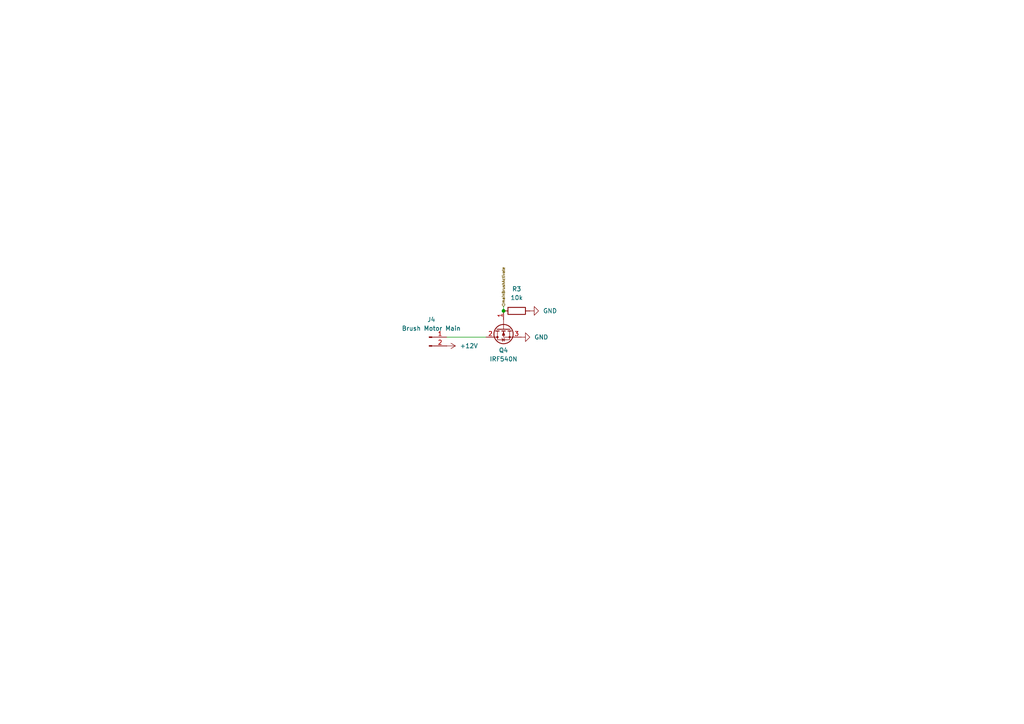
<source format=kicad_sch>
(kicad_sch
	(version 20231120)
	(generator "eeschema")
	(generator_version "8.0")
	(uuid "04f63321-0f43-4bf4-bd3c-fc0d634b7484")
	(paper "A4")
	(title_block
		(title "Main Brush Circuit")
		(date "2024-07-16")
		(rev "v0.1")
		(company "Karl Wünsche")
		(comment 1 "This circuit turns on and off the main brush.")
	)
	(lib_symbols
		(symbol "Connector:Conn_01x02_Pin"
			(pin_names
				(offset 1.016) hide)
			(exclude_from_sim no)
			(in_bom yes)
			(on_board yes)
			(property "Reference" "J"
				(at 0 2.54 0)
				(effects
					(font
						(size 1.27 1.27)
					)
				)
			)
			(property "Value" "Conn_01x02_Pin"
				(at 0 -5.08 0)
				(effects
					(font
						(size 1.27 1.27)
					)
				)
			)
			(property "Footprint" ""
				(at 0 0 0)
				(effects
					(font
						(size 1.27 1.27)
					)
					(hide yes)
				)
			)
			(property "Datasheet" "~"
				(at 0 0 0)
				(effects
					(font
						(size 1.27 1.27)
					)
					(hide yes)
				)
			)
			(property "Description" "Generic connector, single row, 01x02, script generated"
				(at 0 0 0)
				(effects
					(font
						(size 1.27 1.27)
					)
					(hide yes)
				)
			)
			(property "ki_locked" ""
				(at 0 0 0)
				(effects
					(font
						(size 1.27 1.27)
					)
				)
			)
			(property "ki_keywords" "connector"
				(at 0 0 0)
				(effects
					(font
						(size 1.27 1.27)
					)
					(hide yes)
				)
			)
			(property "ki_fp_filters" "Connector*:*_1x??_*"
				(at 0 0 0)
				(effects
					(font
						(size 1.27 1.27)
					)
					(hide yes)
				)
			)
			(symbol "Conn_01x02_Pin_1_1"
				(polyline
					(pts
						(xy 1.27 -2.54) (xy 0.8636 -2.54)
					)
					(stroke
						(width 0.1524)
						(type default)
					)
					(fill
						(type none)
					)
				)
				(polyline
					(pts
						(xy 1.27 0) (xy 0.8636 0)
					)
					(stroke
						(width 0.1524)
						(type default)
					)
					(fill
						(type none)
					)
				)
				(rectangle
					(start 0.8636 -2.413)
					(end 0 -2.667)
					(stroke
						(width 0.1524)
						(type default)
					)
					(fill
						(type outline)
					)
				)
				(rectangle
					(start 0.8636 0.127)
					(end 0 -0.127)
					(stroke
						(width 0.1524)
						(type default)
					)
					(fill
						(type outline)
					)
				)
				(pin passive line
					(at 5.08 0 180)
					(length 3.81)
					(name "Pin_1"
						(effects
							(font
								(size 1.27 1.27)
							)
						)
					)
					(number "1"
						(effects
							(font
								(size 1.27 1.27)
							)
						)
					)
				)
				(pin passive line
					(at 5.08 -2.54 180)
					(length 3.81)
					(name "Pin_2"
						(effects
							(font
								(size 1.27 1.27)
							)
						)
					)
					(number "2"
						(effects
							(font
								(size 1.27 1.27)
							)
						)
					)
				)
			)
		)
		(symbol "Device:R"
			(pin_numbers hide)
			(pin_names
				(offset 0)
			)
			(exclude_from_sim no)
			(in_bom yes)
			(on_board yes)
			(property "Reference" "R"
				(at 2.032 0 90)
				(effects
					(font
						(size 1.27 1.27)
					)
				)
			)
			(property "Value" "R"
				(at 0 0 90)
				(effects
					(font
						(size 1.27 1.27)
					)
				)
			)
			(property "Footprint" ""
				(at -1.778 0 90)
				(effects
					(font
						(size 1.27 1.27)
					)
					(hide yes)
				)
			)
			(property "Datasheet" "~"
				(at 0 0 0)
				(effects
					(font
						(size 1.27 1.27)
					)
					(hide yes)
				)
			)
			(property "Description" "Resistor"
				(at 0 0 0)
				(effects
					(font
						(size 1.27 1.27)
					)
					(hide yes)
				)
			)
			(property "ki_keywords" "R res resistor"
				(at 0 0 0)
				(effects
					(font
						(size 1.27 1.27)
					)
					(hide yes)
				)
			)
			(property "ki_fp_filters" "R_*"
				(at 0 0 0)
				(effects
					(font
						(size 1.27 1.27)
					)
					(hide yes)
				)
			)
			(symbol "R_0_1"
				(rectangle
					(start -1.016 -2.54)
					(end 1.016 2.54)
					(stroke
						(width 0.254)
						(type default)
					)
					(fill
						(type none)
					)
				)
			)
			(symbol "R_1_1"
				(pin passive line
					(at 0 3.81 270)
					(length 1.27)
					(name "~"
						(effects
							(font
								(size 1.27 1.27)
							)
						)
					)
					(number "1"
						(effects
							(font
								(size 1.27 1.27)
							)
						)
					)
				)
				(pin passive line
					(at 0 -3.81 90)
					(length 1.27)
					(name "~"
						(effects
							(font
								(size 1.27 1.27)
							)
						)
					)
					(number "2"
						(effects
							(font
								(size 1.27 1.27)
							)
						)
					)
				)
			)
		)
		(symbol "Transistor_FET:IRF540N"
			(pin_names hide)
			(exclude_from_sim no)
			(in_bom yes)
			(on_board yes)
			(property "Reference" "Q"
				(at 5.08 1.905 0)
				(effects
					(font
						(size 1.27 1.27)
					)
					(justify left)
				)
			)
			(property "Value" "IRF540N"
				(at 5.08 0 0)
				(effects
					(font
						(size 1.27 1.27)
					)
					(justify left)
				)
			)
			(property "Footprint" "Package_TO_SOT_THT:TO-220-3_Vertical"
				(at 5.08 -1.905 0)
				(effects
					(font
						(size 1.27 1.27)
						(italic yes)
					)
					(justify left)
					(hide yes)
				)
			)
			(property "Datasheet" "http://www.irf.com/product-info/datasheets/data/irf540n.pdf"
				(at 5.08 -3.81 0)
				(effects
					(font
						(size 1.27 1.27)
					)
					(justify left)
					(hide yes)
				)
			)
			(property "Description" "33A Id, 100V Vds, HEXFET N-Channel MOSFET, TO-220"
				(at 0 0 0)
				(effects
					(font
						(size 1.27 1.27)
					)
					(hide yes)
				)
			)
			(property "ki_keywords" "HEXFET N-Channel MOSFET"
				(at 0 0 0)
				(effects
					(font
						(size 1.27 1.27)
					)
					(hide yes)
				)
			)
			(property "ki_fp_filters" "TO?220*"
				(at 0 0 0)
				(effects
					(font
						(size 1.27 1.27)
					)
					(hide yes)
				)
			)
			(symbol "IRF540N_0_1"
				(polyline
					(pts
						(xy 0.254 0) (xy -2.54 0)
					)
					(stroke
						(width 0)
						(type default)
					)
					(fill
						(type none)
					)
				)
				(polyline
					(pts
						(xy 0.254 1.905) (xy 0.254 -1.905)
					)
					(stroke
						(width 0.254)
						(type default)
					)
					(fill
						(type none)
					)
				)
				(polyline
					(pts
						(xy 0.762 -1.27) (xy 0.762 -2.286)
					)
					(stroke
						(width 0.254)
						(type default)
					)
					(fill
						(type none)
					)
				)
				(polyline
					(pts
						(xy 0.762 0.508) (xy 0.762 -0.508)
					)
					(stroke
						(width 0.254)
						(type default)
					)
					(fill
						(type none)
					)
				)
				(polyline
					(pts
						(xy 0.762 2.286) (xy 0.762 1.27)
					)
					(stroke
						(width 0.254)
						(type default)
					)
					(fill
						(type none)
					)
				)
				(polyline
					(pts
						(xy 2.54 2.54) (xy 2.54 1.778)
					)
					(stroke
						(width 0)
						(type default)
					)
					(fill
						(type none)
					)
				)
				(polyline
					(pts
						(xy 2.54 -2.54) (xy 2.54 0) (xy 0.762 0)
					)
					(stroke
						(width 0)
						(type default)
					)
					(fill
						(type none)
					)
				)
				(polyline
					(pts
						(xy 0.762 -1.778) (xy 3.302 -1.778) (xy 3.302 1.778) (xy 0.762 1.778)
					)
					(stroke
						(width 0)
						(type default)
					)
					(fill
						(type none)
					)
				)
				(polyline
					(pts
						(xy 1.016 0) (xy 2.032 0.381) (xy 2.032 -0.381) (xy 1.016 0)
					)
					(stroke
						(width 0)
						(type default)
					)
					(fill
						(type outline)
					)
				)
				(polyline
					(pts
						(xy 2.794 0.508) (xy 2.921 0.381) (xy 3.683 0.381) (xy 3.81 0.254)
					)
					(stroke
						(width 0)
						(type default)
					)
					(fill
						(type none)
					)
				)
				(polyline
					(pts
						(xy 3.302 0.381) (xy 2.921 -0.254) (xy 3.683 -0.254) (xy 3.302 0.381)
					)
					(stroke
						(width 0)
						(type default)
					)
					(fill
						(type none)
					)
				)
				(circle
					(center 1.651 0)
					(radius 2.794)
					(stroke
						(width 0.254)
						(type default)
					)
					(fill
						(type none)
					)
				)
				(circle
					(center 2.54 -1.778)
					(radius 0.254)
					(stroke
						(width 0)
						(type default)
					)
					(fill
						(type outline)
					)
				)
				(circle
					(center 2.54 1.778)
					(radius 0.254)
					(stroke
						(width 0)
						(type default)
					)
					(fill
						(type outline)
					)
				)
			)
			(symbol "IRF540N_1_1"
				(pin input line
					(at -5.08 0 0)
					(length 2.54)
					(name "G"
						(effects
							(font
								(size 1.27 1.27)
							)
						)
					)
					(number "1"
						(effects
							(font
								(size 1.27 1.27)
							)
						)
					)
				)
				(pin passive line
					(at 2.54 5.08 270)
					(length 2.54)
					(name "D"
						(effects
							(font
								(size 1.27 1.27)
							)
						)
					)
					(number "2"
						(effects
							(font
								(size 1.27 1.27)
							)
						)
					)
				)
				(pin passive line
					(at 2.54 -5.08 90)
					(length 2.54)
					(name "S"
						(effects
							(font
								(size 1.27 1.27)
							)
						)
					)
					(number "3"
						(effects
							(font
								(size 1.27 1.27)
							)
						)
					)
				)
			)
		)
		(symbol "power:+12V"
			(power)
			(pin_numbers hide)
			(pin_names
				(offset 0) hide)
			(exclude_from_sim no)
			(in_bom yes)
			(on_board yes)
			(property "Reference" "#PWR"
				(at 0 -3.81 0)
				(effects
					(font
						(size 1.27 1.27)
					)
					(hide yes)
				)
			)
			(property "Value" "+12V"
				(at 0 3.556 0)
				(effects
					(font
						(size 1.27 1.27)
					)
				)
			)
			(property "Footprint" ""
				(at 0 0 0)
				(effects
					(font
						(size 1.27 1.27)
					)
					(hide yes)
				)
			)
			(property "Datasheet" ""
				(at 0 0 0)
				(effects
					(font
						(size 1.27 1.27)
					)
					(hide yes)
				)
			)
			(property "Description" "Power symbol creates a global label with name \"+12V\""
				(at 0 0 0)
				(effects
					(font
						(size 1.27 1.27)
					)
					(hide yes)
				)
			)
			(property "ki_keywords" "global power"
				(at 0 0 0)
				(effects
					(font
						(size 1.27 1.27)
					)
					(hide yes)
				)
			)
			(symbol "+12V_0_1"
				(polyline
					(pts
						(xy -0.762 1.27) (xy 0 2.54)
					)
					(stroke
						(width 0)
						(type default)
					)
					(fill
						(type none)
					)
				)
				(polyline
					(pts
						(xy 0 0) (xy 0 2.54)
					)
					(stroke
						(width 0)
						(type default)
					)
					(fill
						(type none)
					)
				)
				(polyline
					(pts
						(xy 0 2.54) (xy 0.762 1.27)
					)
					(stroke
						(width 0)
						(type default)
					)
					(fill
						(type none)
					)
				)
			)
			(symbol "+12V_1_1"
				(pin power_in line
					(at 0 0 90)
					(length 0)
					(name "~"
						(effects
							(font
								(size 1.27 1.27)
							)
						)
					)
					(number "1"
						(effects
							(font
								(size 1.27 1.27)
							)
						)
					)
				)
			)
		)
		(symbol "power:GND"
			(power)
			(pin_numbers hide)
			(pin_names
				(offset 0) hide)
			(exclude_from_sim no)
			(in_bom yes)
			(on_board yes)
			(property "Reference" "#PWR"
				(at 0 -6.35 0)
				(effects
					(font
						(size 1.27 1.27)
					)
					(hide yes)
				)
			)
			(property "Value" "GND"
				(at 0 -3.81 0)
				(effects
					(font
						(size 1.27 1.27)
					)
				)
			)
			(property "Footprint" ""
				(at 0 0 0)
				(effects
					(font
						(size 1.27 1.27)
					)
					(hide yes)
				)
			)
			(property "Datasheet" ""
				(at 0 0 0)
				(effects
					(font
						(size 1.27 1.27)
					)
					(hide yes)
				)
			)
			(property "Description" "Power symbol creates a global label with name \"GND\" , ground"
				(at 0 0 0)
				(effects
					(font
						(size 1.27 1.27)
					)
					(hide yes)
				)
			)
			(property "ki_keywords" "global power"
				(at 0 0 0)
				(effects
					(font
						(size 1.27 1.27)
					)
					(hide yes)
				)
			)
			(symbol "GND_0_1"
				(polyline
					(pts
						(xy 0 0) (xy 0 -1.27) (xy 1.27 -1.27) (xy 0 -2.54) (xy -1.27 -1.27) (xy 0 -1.27)
					)
					(stroke
						(width 0)
						(type default)
					)
					(fill
						(type none)
					)
				)
			)
			(symbol "GND_1_1"
				(pin power_in line
					(at 0 0 270)
					(length 0)
					(name "~"
						(effects
							(font
								(size 1.27 1.27)
							)
						)
					)
					(number "1"
						(effects
							(font
								(size 1.27 1.27)
							)
						)
					)
				)
			)
		)
	)
	(junction
		(at 146.05 90.17)
		(diameter 0)
		(color 0 0 0 0)
		(uuid "b30c41cc-d5fe-40aa-ba63-e4a1796139fa")
	)
	(wire
		(pts
			(xy 146.05 88.9) (xy 146.05 90.17)
		)
		(stroke
			(width 0)
			(type default)
		)
		(uuid "3c91085e-2f4f-4476-b576-5a33880052fe")
	)
	(wire
		(pts
			(xy 129.54 97.79) (xy 140.97 97.79)
		)
		(stroke
			(width 0)
			(type default)
		)
		(uuid "c781a4a9-b635-4506-9364-15bdc5408910")
	)
	(hierarchical_label "mainBrushActivate"
		(shape input)
		(at 146.05 88.9 90)
		(fields_autoplaced yes)
		(effects
			(font
				(size 0.762 0.762)
			)
			(justify left)
		)
		(uuid "b59eb371-7767-40ac-938c-c72f98cf252a")
	)
	(symbol
		(lib_id "power:+12V")
		(at 129.54 100.33 270)
		(unit 1)
		(exclude_from_sim no)
		(in_bom yes)
		(on_board yes)
		(dnp no)
		(fields_autoplaced yes)
		(uuid "07c7442d-692d-45dc-9beb-9c3d459a61b9")
		(property "Reference" "#PWR06"
			(at 125.73 100.33 0)
			(effects
				(font
					(size 1.27 1.27)
				)
				(hide yes)
			)
		)
		(property "Value" "+12V"
			(at 133.35 100.3299 90)
			(effects
				(font
					(size 1.27 1.27)
				)
				(justify left)
			)
		)
		(property "Footprint" ""
			(at 129.54 100.33 0)
			(effects
				(font
					(size 1.27 1.27)
				)
				(hide yes)
			)
		)
		(property "Datasheet" ""
			(at 129.54 100.33 0)
			(effects
				(font
					(size 1.27 1.27)
				)
				(hide yes)
			)
		)
		(property "Description" "Power symbol creates a global label with name \"+12V\""
			(at 129.54 100.33 0)
			(effects
				(font
					(size 1.27 1.27)
				)
				(hide yes)
			)
		)
		(pin "1"
			(uuid "4aa34a5e-f57f-4230-8f95-e7041b9a4997")
		)
		(instances
			(project "openVac-v0.1"
				(path "/51937001-9622-40ac-b790-90fb4ff028f7/ac46296d-1959-48c3-a456-a22caced9bcf"
					(reference "#PWR06")
					(unit 1)
				)
			)
		)
	)
	(symbol
		(lib_id "Device:R")
		(at 149.86 90.17 90)
		(unit 1)
		(exclude_from_sim no)
		(in_bom yes)
		(on_board yes)
		(dnp no)
		(fields_autoplaced yes)
		(uuid "18323886-e5ae-4d89-ab2d-c765f893b2e1")
		(property "Reference" "R3"
			(at 149.86 83.82 90)
			(effects
				(font
					(size 1.27 1.27)
				)
			)
		)
		(property "Value" "10k"
			(at 149.86 86.36 90)
			(effects
				(font
					(size 1.27 1.27)
				)
			)
		)
		(property "Footprint" "Resistor_THT:R_Axial_DIN0207_L6.3mm_D2.5mm_P10.16mm_Horizontal"
			(at 149.86 91.948 90)
			(effects
				(font
					(size 1.27 1.27)
				)
				(hide yes)
			)
		)
		(property "Datasheet" "~"
			(at 149.86 90.17 0)
			(effects
				(font
					(size 1.27 1.27)
				)
				(hide yes)
			)
		)
		(property "Description" "Resistor"
			(at 149.86 90.17 0)
			(effects
				(font
					(size 1.27 1.27)
				)
				(hide yes)
			)
		)
		(pin "2"
			(uuid "0679ca58-8335-4b9b-b527-1e6a4c7cad30")
		)
		(pin "1"
			(uuid "25f7fd38-12d4-4cea-96cc-374d89c00d46")
		)
		(instances
			(project "openVac-v0.1"
				(path "/51937001-9622-40ac-b790-90fb4ff028f7/ac46296d-1959-48c3-a456-a22caced9bcf"
					(reference "R3")
					(unit 1)
				)
			)
		)
	)
	(symbol
		(lib_id "Connector:Conn_01x02_Pin")
		(at 124.46 97.79 0)
		(unit 1)
		(exclude_from_sim no)
		(in_bom yes)
		(on_board yes)
		(dnp no)
		(fields_autoplaced yes)
		(uuid "6e706373-466c-41c4-ac2e-46d98e7e6d15")
		(property "Reference" "J4"
			(at 125.095 92.71 0)
			(effects
				(font
					(size 1.27 1.27)
				)
			)
		)
		(property "Value" "Brush Motor Main"
			(at 125.095 95.25 0)
			(effects
				(font
					(size 1.27 1.27)
				)
			)
		)
		(property "Footprint" "Connector_JST:JST_PH_B2B-PH-K_1x02_P2.00mm_Vertical"
			(at 124.46 97.79 0)
			(effects
				(font
					(size 1.27 1.27)
				)
				(hide yes)
			)
		)
		(property "Datasheet" "~"
			(at 124.46 97.79 0)
			(effects
				(font
					(size 1.27 1.27)
				)
				(hide yes)
			)
		)
		(property "Description" "Generic connector, single row, 01x02, script generated"
			(at 124.46 97.79 0)
			(effects
				(font
					(size 1.27 1.27)
				)
				(hide yes)
			)
		)
		(pin "2"
			(uuid "f6480fdf-2455-4d12-afaa-da589d870572")
		)
		(pin "1"
			(uuid "875b8ba6-5002-4bd1-895b-3b4a74a5b063")
		)
		(instances
			(project "openVac-v0.1"
				(path "/51937001-9622-40ac-b790-90fb4ff028f7/ac46296d-1959-48c3-a456-a22caced9bcf"
					(reference "J4")
					(unit 1)
				)
			)
		)
	)
	(symbol
		(lib_id "power:GND")
		(at 151.13 97.79 90)
		(unit 1)
		(exclude_from_sim no)
		(in_bom yes)
		(on_board yes)
		(dnp no)
		(fields_autoplaced yes)
		(uuid "aa1c0743-bd92-4c29-9a3d-72c72d5acb3b")
		(property "Reference" "#PWR08"
			(at 157.48 97.79 0)
			(effects
				(font
					(size 1.27 1.27)
				)
				(hide yes)
			)
		)
		(property "Value" "GND"
			(at 154.94 97.7899 90)
			(effects
				(font
					(size 1.27 1.27)
				)
				(justify right)
			)
		)
		(property "Footprint" ""
			(at 151.13 97.79 0)
			(effects
				(font
					(size 1.27 1.27)
				)
				(hide yes)
			)
		)
		(property "Datasheet" ""
			(at 151.13 97.79 0)
			(effects
				(font
					(size 1.27 1.27)
				)
				(hide yes)
			)
		)
		(property "Description" "Power symbol creates a global label with name \"GND\" , ground"
			(at 151.13 97.79 0)
			(effects
				(font
					(size 1.27 1.27)
				)
				(hide yes)
			)
		)
		(pin "1"
			(uuid "0753bba5-321c-441e-947a-dfca3201fa19")
		)
		(instances
			(project "openVac-v0.1"
				(path "/51937001-9622-40ac-b790-90fb4ff028f7/ac46296d-1959-48c3-a456-a22caced9bcf"
					(reference "#PWR08")
					(unit 1)
				)
			)
		)
	)
	(symbol
		(lib_id "Transistor_FET:IRF540N")
		(at 146.05 95.25 90)
		(mirror x)
		(unit 1)
		(exclude_from_sim no)
		(in_bom yes)
		(on_board yes)
		(dnp no)
		(uuid "c67f9bad-8f0f-4f05-9b81-719ea23fcf67")
		(property "Reference" "Q4"
			(at 146.05 101.6 90)
			(effects
				(font
					(size 1.27 1.27)
				)
			)
		)
		(property "Value" "IRF540N"
			(at 146.05 104.14 90)
			(effects
				(font
					(size 1.27 1.27)
				)
			)
		)
		(property "Footprint" "Package_TO_SOT_THT:TO-220-3_Vertical"
			(at 147.955 100.33 0)
			(effects
				(font
					(size 1.27 1.27)
					(italic yes)
				)
				(justify left)
				(hide yes)
			)
		)
		(property "Datasheet" "http://www.irf.com/product-info/datasheets/data/irf540n.pdf"
			(at 149.86 100.33 0)
			(effects
				(font
					(size 1.27 1.27)
				)
				(justify left)
				(hide yes)
			)
		)
		(property "Description" "33A Id, 100V Vds, HEXFET N-Channel MOSFET, TO-220"
			(at 146.05 95.25 0)
			(effects
				(font
					(size 1.27 1.27)
				)
				(hide yes)
			)
		)
		(pin "1"
			(uuid "7f50aca2-aa5f-4e15-83e7-496db10ed215")
		)
		(pin "2"
			(uuid "3b550750-7ead-4081-9e1a-a44460dc4b9e")
		)
		(pin "3"
			(uuid "94abd88a-6a2c-4bde-92b0-34b3b5711b94")
		)
		(instances
			(project "openVac-v0.1"
				(path "/51937001-9622-40ac-b790-90fb4ff028f7/ac46296d-1959-48c3-a456-a22caced9bcf"
					(reference "Q4")
					(unit 1)
				)
			)
		)
	)
	(symbol
		(lib_id "power:GND")
		(at 153.67 90.17 90)
		(unit 1)
		(exclude_from_sim no)
		(in_bom yes)
		(on_board yes)
		(dnp no)
		(fields_autoplaced yes)
		(uuid "fffe24fd-c304-46d6-bf26-333fabdcab64")
		(property "Reference" "#PWR05"
			(at 160.02 90.17 0)
			(effects
				(font
					(size 1.27 1.27)
				)
				(hide yes)
			)
		)
		(property "Value" "GND"
			(at 157.48 90.1699 90)
			(effects
				(font
					(size 1.27 1.27)
				)
				(justify right)
			)
		)
		(property "Footprint" ""
			(at 153.67 90.17 0)
			(effects
				(font
					(size 1.27 1.27)
				)
				(hide yes)
			)
		)
		(property "Datasheet" ""
			(at 153.67 90.17 0)
			(effects
				(font
					(size 1.27 1.27)
				)
				(hide yes)
			)
		)
		(property "Description" "Power symbol creates a global label with name \"GND\" , ground"
			(at 153.67 90.17 0)
			(effects
				(font
					(size 1.27 1.27)
				)
				(hide yes)
			)
		)
		(pin "1"
			(uuid "59dae721-d6e5-4b71-af7a-b99258a2253b")
		)
		(instances
			(project ""
				(path "/51937001-9622-40ac-b790-90fb4ff028f7/ac46296d-1959-48c3-a456-a22caced9bcf"
					(reference "#PWR05")
					(unit 1)
				)
			)
		)
	)
)

</source>
